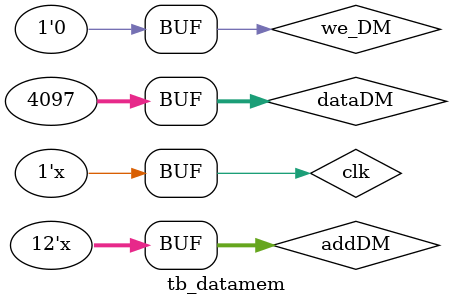
<source format=v>

module datamem(clk, we_DM, dataDM, addDM, outDM);
input clk;
input we_DM;
input [31:0] dataDM;
input [11:0] addDM;
output [31:0] outDM;

reg [31:0] outDM;

// Memory is an array stored at particular address

reg [31:0] mem [0 : 31];

always@(posedge clk)
begin
	if (we_DM == 1) begin
	mem[addDM] = dataDM;
	end
	
	else if (we_DM == 0) begin
	outDM = mem[addDM];
	end
end
endmodule

////////////////////////////////////////////////////////////////////////
//	Test bench for the data memory design used		///////
//////////////////////////////////////////////////////////////////////
module tb_datamem();
reg clk;
reg we_DM;
reg [31:0] dataDM;
reg [11:0] addDM;
wire [31:0] outDM;

// Instantiation of the design
datamem d1 (.clk(clk), .we_DM(we_DM), .dataDM(dataDM), .addDM(addDM), .outDM(outDM));

// Initialization of signals
initial
begin
	clk <= 0;
	we_DM <= 0;
	dataDM <= 32'h00000000;
	addDM <= 12'h000;
end

// Clock setup
always #5 clk = ~clk;

// Address setup 
always #60 addDM = addDM + 12'h001;

// Stimulus
initial 
begin
	#5 we_DM <= 1;
	#5 dataDM <= 32'h1dfe;
	#30 we_DM <= 0;

	#30 we_DM <= 1;
	#5 dataDM <= 32'h1001;
	#30 we_DM <= 0;
end
endmodule

</source>
